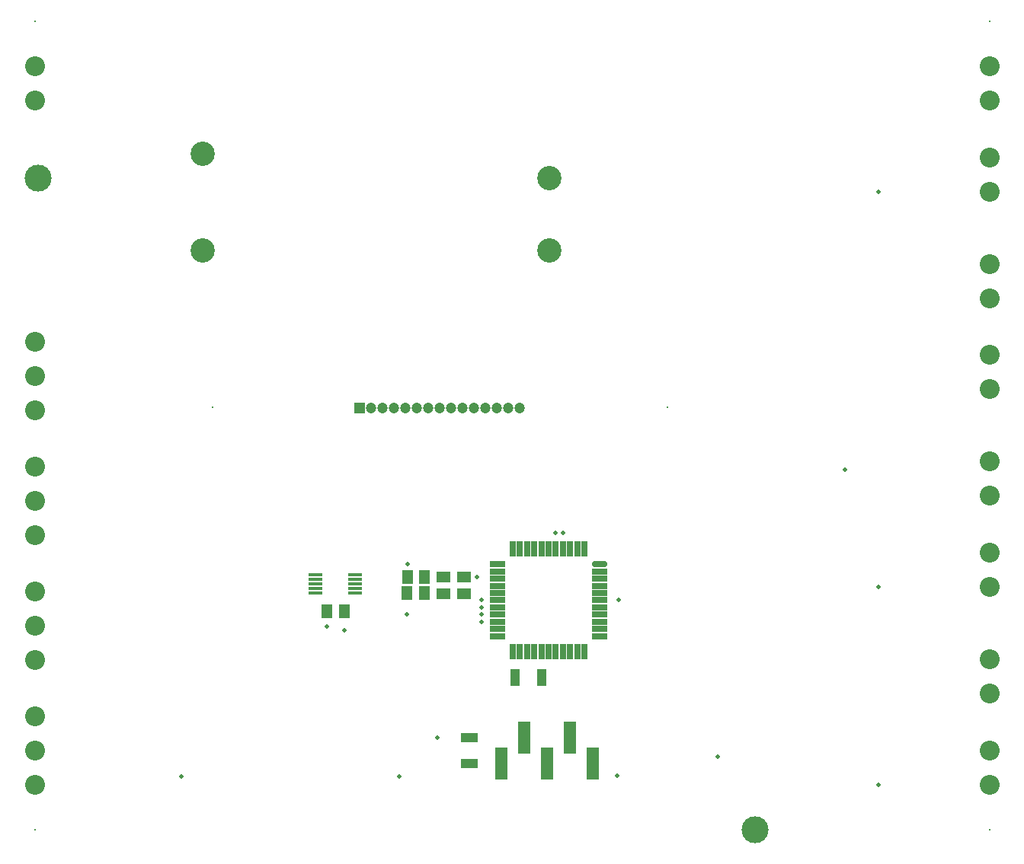
<source format=gbs>
G04*
G04 #@! TF.GenerationSoftware,Altium Limited,Altium Designer,22.11.1 (43)*
G04*
G04 Layer_Color=16711935*
%FSLAX24Y24*%
%MOIN*%
G70*
G04*
G04 #@! TF.SameCoordinates,7676E619-B689-43AB-A287-34DBDB4E9A50*
G04*
G04*
G04 #@! TF.FilePolarity,Negative*
G04*
G01*
G75*
%ADD22R,0.0434X0.0749*%
%ADD28C,0.1181*%
%ADD29C,0.0867*%
%ADD30C,0.0080*%
%ADD31C,0.0474*%
%ADD32R,0.0474X0.0474*%
%ADD33R,0.0080X0.0080*%
%ADD34C,0.1064*%
%ADD35C,0.0197*%
%ADD50R,0.0749X0.0434*%
%ADD51R,0.0592X0.0513*%
%ADD52R,0.0580X0.1430*%
%ADD53R,0.0610X0.0157*%
%ADD54R,0.0474X0.0631*%
%ADD55R,0.0297X0.0671*%
%ADD56R,0.0671X0.0297*%
%ADD57O,0.0671X0.0297*%
D22*
X22146Y6673D02*
D03*
X21004D02*
D03*
D28*
X118Y28543D02*
D03*
X31496Y-0D02*
D03*
D29*
X0Y4969D02*
D03*
Y3469D02*
D03*
Y1969D02*
D03*
Y10436D02*
D03*
Y8936D02*
D03*
Y7436D02*
D03*
X-0Y15904D02*
D03*
Y14404D02*
D03*
Y12904D02*
D03*
X0Y21372D02*
D03*
Y19872D02*
D03*
Y18372D02*
D03*
X0Y31941D02*
D03*
Y33441D02*
D03*
X41772Y16150D02*
D03*
Y14650D02*
D03*
Y12134D02*
D03*
Y10634D02*
D03*
Y3469D02*
D03*
Y1969D02*
D03*
Y7484D02*
D03*
Y5984D02*
D03*
Y24776D02*
D03*
Y23276D02*
D03*
Y20799D02*
D03*
Y19299D02*
D03*
Y33441D02*
D03*
Y31941D02*
D03*
Y29425D02*
D03*
Y27925D02*
D03*
D30*
X27661Y18494D02*
D03*
X7755D02*
D03*
D31*
X21183Y18484D02*
D03*
X20683D02*
D03*
X20183D02*
D03*
X19683D02*
D03*
X19183D02*
D03*
X18683D02*
D03*
X18183D02*
D03*
X17683D02*
D03*
X17183D02*
D03*
X16683D02*
D03*
X16183D02*
D03*
X15683D02*
D03*
X15183D02*
D03*
X14683D02*
D03*
D32*
X14183D02*
D03*
D33*
X41772Y35409D02*
D03*
X0D02*
D03*
X0Y0D02*
D03*
X41772Y-0D02*
D03*
D34*
X7323Y25384D02*
D03*
Y29616D02*
D03*
X22480Y28533D02*
D03*
Y25384D02*
D03*
D35*
X29868Y3209D02*
D03*
X25543Y10059D02*
D03*
X13514Y8749D02*
D03*
X6386Y2341D02*
D03*
X15917Y2341D02*
D03*
X25447Y2371D02*
D03*
X19331Y11063D02*
D03*
X16270Y9429D02*
D03*
X16280Y11634D02*
D03*
X17598Y4039D02*
D03*
X35433Y15777D02*
D03*
X36890Y1969D02*
D03*
Y10634D02*
D03*
Y27925D02*
D03*
X19528Y10059D02*
D03*
X12766Y8898D02*
D03*
X22776Y12992D02*
D03*
X23091D02*
D03*
X19528Y9744D02*
D03*
Y9114D02*
D03*
Y9429D02*
D03*
D50*
X19006Y4039D02*
D03*
Y2897D02*
D03*
D51*
X18760Y11063D02*
D03*
X17854D02*
D03*
X18760Y10354D02*
D03*
X17854D02*
D03*
D52*
X24406Y2897D02*
D03*
X23406Y4045D02*
D03*
X22406Y2897D02*
D03*
X21406Y4045D02*
D03*
X20406Y2897D02*
D03*
D53*
X12274Y10965D02*
D03*
Y10374D02*
D03*
Y10571D02*
D03*
Y10768D02*
D03*
Y11161D02*
D03*
X14006Y10374D02*
D03*
Y10571D02*
D03*
Y10768D02*
D03*
Y10965D02*
D03*
Y11161D02*
D03*
D54*
X12766Y9587D02*
D03*
X13514D02*
D03*
X17018Y10359D02*
D03*
X16270D02*
D03*
X16280Y11063D02*
D03*
X17028D02*
D03*
D55*
X24035Y12303D02*
D03*
X23720D02*
D03*
X23406D02*
D03*
X23091D02*
D03*
X22776D02*
D03*
X22461D02*
D03*
X22146D02*
D03*
X21831D02*
D03*
X21516D02*
D03*
X21201D02*
D03*
X20886D02*
D03*
Y7815D02*
D03*
X21201D02*
D03*
X21516D02*
D03*
X21831D02*
D03*
X22146D02*
D03*
X22461D02*
D03*
X22776D02*
D03*
X23091D02*
D03*
X23406D02*
D03*
X23720D02*
D03*
X24035D02*
D03*
D56*
X20217Y11634D02*
D03*
Y11319D02*
D03*
Y11004D02*
D03*
Y10689D02*
D03*
Y10374D02*
D03*
Y10059D02*
D03*
Y9744D02*
D03*
Y9429D02*
D03*
Y9114D02*
D03*
Y8799D02*
D03*
Y8484D02*
D03*
X24705D02*
D03*
Y8799D02*
D03*
Y9114D02*
D03*
Y9429D02*
D03*
Y9744D02*
D03*
Y10059D02*
D03*
Y10374D02*
D03*
Y10689D02*
D03*
Y11004D02*
D03*
Y11319D02*
D03*
D57*
Y11634D02*
D03*
M02*

</source>
